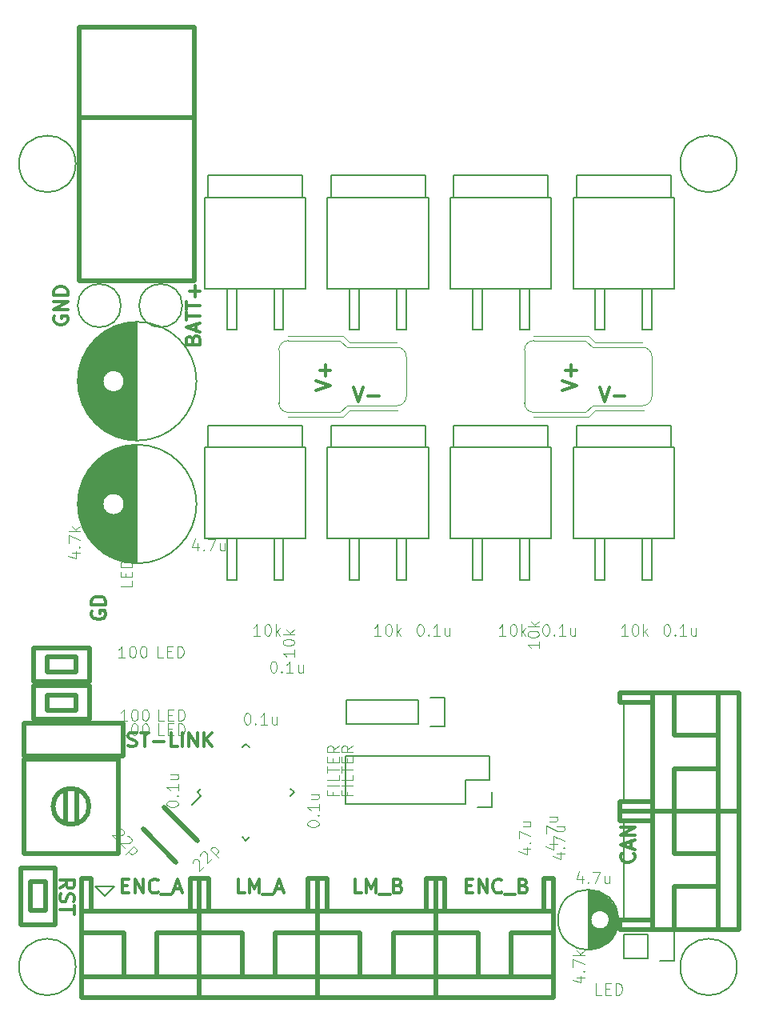
<source format=gbr>
G04 #@! TF.FileFunction,Legend,Top*
%FSLAX46Y46*%
G04 Gerber Fmt 4.6, Leading zero omitted, Abs format (unit mm)*
G04 Created by KiCad (PCBNEW 4.0.4-stable) date 12/16/16 10:26:41*
%MOMM*%
%LPD*%
G01*
G04 APERTURE LIST*
%ADD10C,0.100000*%
%ADD11C,0.300000*%
%ADD12C,0.200000*%
%ADD13C,0.500000*%
%ADD14C,0.150000*%
%ADD15C,0.101600*%
%ADD16C,0.304800*%
G04 APERTURE END LIST*
D10*
D11*
X65035714Y-77964285D02*
X65107143Y-78035714D01*
X65178571Y-78250000D01*
X65178571Y-78392857D01*
X65107143Y-78607142D01*
X64964286Y-78750000D01*
X64821429Y-78821428D01*
X64535714Y-78892857D01*
X64321429Y-78892857D01*
X64035714Y-78821428D01*
X63892857Y-78750000D01*
X63750000Y-78607142D01*
X63678571Y-78392857D01*
X63678571Y-78250000D01*
X63750000Y-78035714D01*
X63821429Y-77964285D01*
X64750000Y-77392857D02*
X64750000Y-76678571D01*
X65178571Y-77535714D02*
X63678571Y-77035714D01*
X65178571Y-76535714D01*
X65178571Y-76035714D02*
X63678571Y-76035714D01*
X65178571Y-75178571D01*
X63678571Y-75178571D01*
X4321429Y-81678572D02*
X5035714Y-81178572D01*
X4321429Y-80821429D02*
X5821429Y-80821429D01*
X5821429Y-81392857D01*
X5750000Y-81535715D01*
X5678571Y-81607143D01*
X5535714Y-81678572D01*
X5321429Y-81678572D01*
X5178571Y-81607143D01*
X5107143Y-81535715D01*
X5035714Y-81392857D01*
X5035714Y-80821429D01*
X4392857Y-82250000D02*
X4321429Y-82464286D01*
X4321429Y-82821429D01*
X4392857Y-82964286D01*
X4464286Y-83035715D01*
X4607143Y-83107143D01*
X4750000Y-83107143D01*
X4892857Y-83035715D01*
X4964286Y-82964286D01*
X5035714Y-82821429D01*
X5107143Y-82535715D01*
X5178571Y-82392857D01*
X5250000Y-82321429D01*
X5392857Y-82250000D01*
X5535714Y-82250000D01*
X5678571Y-82321429D01*
X5750000Y-82392857D01*
X5821429Y-82535715D01*
X5821429Y-82892857D01*
X5750000Y-83107143D01*
X5821429Y-83535714D02*
X5821429Y-84392857D01*
X4321429Y-83964286D02*
X5821429Y-83964286D01*
X11571428Y-66607143D02*
X11785714Y-66678571D01*
X12142857Y-66678571D01*
X12285714Y-66607143D01*
X12357143Y-66535714D01*
X12428571Y-66392857D01*
X12428571Y-66250000D01*
X12357143Y-66107143D01*
X12285714Y-66035714D01*
X12142857Y-65964286D01*
X11857143Y-65892857D01*
X11714285Y-65821429D01*
X11642857Y-65750000D01*
X11571428Y-65607143D01*
X11571428Y-65464286D01*
X11642857Y-65321429D01*
X11714285Y-65250000D01*
X11857143Y-65178571D01*
X12214285Y-65178571D01*
X12428571Y-65250000D01*
X12857142Y-65178571D02*
X13714285Y-65178571D01*
X13285714Y-66678571D02*
X13285714Y-65178571D01*
X14214285Y-66107143D02*
X15357142Y-66107143D01*
X16785714Y-66678571D02*
X16071428Y-66678571D01*
X16071428Y-65178571D01*
X17285714Y-66678571D02*
X17285714Y-65178571D01*
X18000000Y-66678571D02*
X18000000Y-65178571D01*
X18857143Y-66678571D01*
X18857143Y-65178571D01*
X19571429Y-66678571D02*
X19571429Y-65178571D01*
X20428572Y-66678571D02*
X19785715Y-65821429D01*
X20428572Y-65178571D02*
X19571429Y-66035714D01*
D12*
X64000000Y-74500000D02*
X64000000Y-85000000D01*
X64000000Y-62000000D02*
X64000000Y-72500000D01*
D11*
X18392857Y-23607142D02*
X18464286Y-23392856D01*
X18535714Y-23321428D01*
X18678571Y-23249999D01*
X18892857Y-23249999D01*
X19035714Y-23321428D01*
X19107143Y-23392856D01*
X19178571Y-23535714D01*
X19178571Y-24107142D01*
X17678571Y-24107142D01*
X17678571Y-23607142D01*
X17750000Y-23464285D01*
X17821429Y-23392856D01*
X17964286Y-23321428D01*
X18107143Y-23321428D01*
X18250000Y-23392856D01*
X18321429Y-23464285D01*
X18392857Y-23607142D01*
X18392857Y-24107142D01*
X18750000Y-22678571D02*
X18750000Y-21964285D01*
X19178571Y-22821428D02*
X17678571Y-22321428D01*
X19178571Y-21821428D01*
X17678571Y-21535714D02*
X17678571Y-20678571D01*
X19178571Y-21107142D02*
X17678571Y-21107142D01*
X17678571Y-20392857D02*
X17678571Y-19535714D01*
X19178571Y-19964285D02*
X17678571Y-19964285D01*
X18607143Y-19035714D02*
X18607143Y-17892857D01*
X19178571Y-18464286D02*
X18035714Y-18464286D01*
X3750000Y-21142857D02*
X3678571Y-21285714D01*
X3678571Y-21500000D01*
X3750000Y-21714285D01*
X3892857Y-21857143D01*
X4035714Y-21928571D01*
X4321429Y-22000000D01*
X4535714Y-22000000D01*
X4821429Y-21928571D01*
X4964286Y-21857143D01*
X5107143Y-21714285D01*
X5178571Y-21500000D01*
X5178571Y-21357143D01*
X5107143Y-21142857D01*
X5035714Y-21071428D01*
X4535714Y-21071428D01*
X4535714Y-21357143D01*
X5178571Y-20428571D02*
X3678571Y-20428571D01*
X5178571Y-19571428D01*
X3678571Y-19571428D01*
X5178571Y-18857142D02*
X3678571Y-18857142D01*
X3678571Y-18499999D01*
X3750000Y-18285714D01*
X3892857Y-18142856D01*
X4035714Y-18071428D01*
X4321429Y-17999999D01*
X4535714Y-17999999D01*
X4821429Y-18071428D01*
X4964286Y-18142856D01*
X5107143Y-18285714D01*
X5178571Y-18499999D01*
X5178571Y-18857142D01*
X7750000Y-52357143D02*
X7678571Y-52500000D01*
X7678571Y-52714286D01*
X7750000Y-52928571D01*
X7892857Y-53071429D01*
X8035714Y-53142857D01*
X8321429Y-53214286D01*
X8535714Y-53214286D01*
X8821429Y-53142857D01*
X8964286Y-53071429D01*
X9107143Y-52928571D01*
X9178571Y-52714286D01*
X9178571Y-52571429D01*
X9107143Y-52357143D01*
X9035714Y-52285714D01*
X8535714Y-52285714D01*
X8535714Y-52571429D01*
X9178571Y-51642857D02*
X7678571Y-51642857D01*
X7678571Y-51285714D01*
X7750000Y-51071429D01*
X7892857Y-50928571D01*
X8035714Y-50857143D01*
X8321429Y-50785714D01*
X8535714Y-50785714D01*
X8821429Y-50857143D01*
X8964286Y-50928571D01*
X9107143Y-51071429D01*
X9178571Y-51285714D01*
X9178571Y-51642857D01*
D12*
X10100000Y-81500000D02*
X8100000Y-81500000D01*
X9100000Y-82500000D02*
X10100000Y-81500000D01*
X8100000Y-81500000D02*
X9100000Y-82500000D01*
D11*
X10928572Y-81392857D02*
X11428572Y-81392857D01*
X11642858Y-82178571D02*
X10928572Y-82178571D01*
X10928572Y-80678571D01*
X11642858Y-80678571D01*
X12285715Y-82178571D02*
X12285715Y-80678571D01*
X13142858Y-82178571D01*
X13142858Y-80678571D01*
X14714287Y-82035714D02*
X14642858Y-82107143D01*
X14428572Y-82178571D01*
X14285715Y-82178571D01*
X14071430Y-82107143D01*
X13928572Y-81964286D01*
X13857144Y-81821429D01*
X13785715Y-81535714D01*
X13785715Y-81321429D01*
X13857144Y-81035714D01*
X13928572Y-80892857D01*
X14071430Y-80750000D01*
X14285715Y-80678571D01*
X14428572Y-80678571D01*
X14642858Y-80750000D01*
X14714287Y-80821429D01*
X15000001Y-82321429D02*
X16142858Y-82321429D01*
X16428572Y-81750000D02*
X17142858Y-81750000D01*
X16285715Y-82178571D02*
X16785715Y-80678571D01*
X17285715Y-82178571D01*
X47321429Y-81392857D02*
X47821429Y-81392857D01*
X48035715Y-82178571D02*
X47321429Y-82178571D01*
X47321429Y-80678571D01*
X48035715Y-80678571D01*
X48678572Y-82178571D02*
X48678572Y-80678571D01*
X49535715Y-82178571D01*
X49535715Y-80678571D01*
X51107144Y-82035714D02*
X51035715Y-82107143D01*
X50821429Y-82178571D01*
X50678572Y-82178571D01*
X50464287Y-82107143D01*
X50321429Y-81964286D01*
X50250001Y-81821429D01*
X50178572Y-81535714D01*
X50178572Y-81321429D01*
X50250001Y-81035714D01*
X50321429Y-80892857D01*
X50464287Y-80750000D01*
X50678572Y-80678571D01*
X50821429Y-80678571D01*
X51035715Y-80750000D01*
X51107144Y-80821429D01*
X51392858Y-82321429D02*
X52535715Y-82321429D01*
X53392858Y-81392857D02*
X53607144Y-81464286D01*
X53678572Y-81535714D01*
X53750001Y-81678571D01*
X53750001Y-81892857D01*
X53678572Y-82035714D01*
X53607144Y-82107143D01*
X53464286Y-82178571D01*
X52892858Y-82178571D01*
X52892858Y-80678571D01*
X53392858Y-80678571D01*
X53535715Y-80750000D01*
X53607144Y-80821429D01*
X53678572Y-80964286D01*
X53678572Y-81107143D01*
X53607144Y-81250000D01*
X53535715Y-81321429D01*
X53392858Y-81392857D01*
X52892858Y-81392857D01*
X36285715Y-82178571D02*
X35571429Y-82178571D01*
X35571429Y-80678571D01*
X36785715Y-82178571D02*
X36785715Y-80678571D01*
X37285715Y-81750000D01*
X37785715Y-80678571D01*
X37785715Y-82178571D01*
X38142858Y-82321429D02*
X39285715Y-82321429D01*
X40142858Y-81392857D02*
X40357144Y-81464286D01*
X40428572Y-81535714D01*
X40500001Y-81678571D01*
X40500001Y-81892857D01*
X40428572Y-82035714D01*
X40357144Y-82107143D01*
X40214286Y-82178571D01*
X39642858Y-82178571D01*
X39642858Y-80678571D01*
X40142858Y-80678571D01*
X40285715Y-80750000D01*
X40357144Y-80821429D01*
X40428572Y-80964286D01*
X40428572Y-81107143D01*
X40357144Y-81250000D01*
X40285715Y-81321429D01*
X40142858Y-81392857D01*
X39642858Y-81392857D01*
X23892858Y-82178571D02*
X23178572Y-82178571D01*
X23178572Y-80678571D01*
X24392858Y-82178571D02*
X24392858Y-80678571D01*
X24892858Y-81750000D01*
X25392858Y-80678571D01*
X25392858Y-82178571D01*
X25750001Y-82321429D02*
X26892858Y-82321429D01*
X27178572Y-81750000D02*
X27892858Y-81750000D01*
X27035715Y-82178571D02*
X27535715Y-80678571D01*
X28035715Y-82178571D01*
D12*
X6000000Y-90000000D02*
G75*
G03X6000000Y-90000000I-3000000J0D01*
G01*
X76000000Y-90000000D02*
G75*
G03X76000000Y-90000000I-3000000J0D01*
G01*
X76000000Y-5000000D02*
G75*
G03X76000000Y-5000000I-3000000J0D01*
G01*
X6000000Y-5000000D02*
G75*
G03X6000000Y-5000000I-3000000J0D01*
G01*
D13*
X13100862Y-75363604D02*
X16636396Y-78899138D01*
X18899138Y-76636396D02*
X15363604Y-73100862D01*
X63600000Y-61000000D02*
X63600000Y-62000000D01*
X63600000Y-62000000D02*
X67100000Y-62000000D01*
X63600000Y-73500000D02*
X63600000Y-72500000D01*
X63600000Y-72500000D02*
X67100000Y-72500000D01*
X67100000Y-61000000D02*
X67100000Y-73500000D01*
X69400000Y-65500000D02*
X69400000Y-61000000D01*
X69400000Y-69000000D02*
X69400000Y-73500000D01*
X69400000Y-65500000D02*
X74000000Y-65500000D01*
X69400000Y-69000000D02*
X74000000Y-69000000D01*
X74000000Y-73500000D02*
X74000000Y-61000000D01*
X63600000Y-61000000D02*
X76200000Y-61000000D01*
X76200000Y-61000000D02*
X76200000Y-73500000D01*
X63600000Y-73500000D02*
X76200000Y-73500000D01*
D14*
X12425000Y-47250000D02*
X12425000Y-34750000D01*
X12285000Y-47246000D02*
X12285000Y-34754000D01*
X12145000Y-47240000D02*
X12145000Y-34760000D01*
X12005000Y-47230000D02*
X12005000Y-34770000D01*
X11865000Y-47218000D02*
X11865000Y-34782000D01*
X11725000Y-47202000D02*
X11725000Y-34798000D01*
X11585000Y-47183000D02*
X11585000Y-34817000D01*
X11445000Y-47160000D02*
X11445000Y-34840000D01*
X11305000Y-47135000D02*
X11305000Y-34865000D01*
X11165000Y-47106000D02*
X11165000Y-34894000D01*
X11025000Y-47073000D02*
X11025000Y-41521000D01*
X11025000Y-40479000D02*
X11025000Y-34927000D01*
X10885000Y-47038000D02*
X10885000Y-41734000D01*
X10885000Y-40266000D02*
X10885000Y-34962000D01*
X10745000Y-46999000D02*
X10745000Y-41876000D01*
X10745000Y-40124000D02*
X10745000Y-35001000D01*
X10605000Y-46956000D02*
X10605000Y-41978000D01*
X10605000Y-40022000D02*
X10605000Y-35044000D01*
X10465000Y-46909000D02*
X10465000Y-42052000D01*
X10465000Y-39948000D02*
X10465000Y-35091000D01*
X10325000Y-46859000D02*
X10325000Y-42103000D01*
X10325000Y-39897000D02*
X10325000Y-35141000D01*
X10185000Y-46805000D02*
X10185000Y-42135000D01*
X10185000Y-39865000D02*
X10185000Y-35195000D01*
X10045000Y-46748000D02*
X10045000Y-42149000D01*
X10045000Y-39851000D02*
X10045000Y-35252000D01*
X9905000Y-46686000D02*
X9905000Y-42146000D01*
X9905000Y-39854000D02*
X9905000Y-35314000D01*
X9765000Y-46620000D02*
X9765000Y-42126000D01*
X9765000Y-39874000D02*
X9765000Y-35380000D01*
X9625000Y-46549000D02*
X9625000Y-42087000D01*
X9625000Y-39913000D02*
X9625000Y-35451000D01*
X9485000Y-46475000D02*
X9485000Y-42028000D01*
X9485000Y-39972000D02*
X9485000Y-35525000D01*
X9345000Y-46395000D02*
X9345000Y-41945000D01*
X9345000Y-40055000D02*
X9345000Y-35605000D01*
X9205000Y-46311000D02*
X9205000Y-41831000D01*
X9205000Y-40169000D02*
X9205000Y-35689000D01*
X9065000Y-46221000D02*
X9065000Y-41670000D01*
X9065000Y-40330000D02*
X9065000Y-35779000D01*
X8925000Y-46127000D02*
X8925000Y-41409000D01*
X8925000Y-40591000D02*
X8925000Y-35873000D01*
X8785000Y-46026000D02*
X8785000Y-35974000D01*
X8645000Y-45919000D02*
X8645000Y-36081000D01*
X8505000Y-45807000D02*
X8505000Y-36193000D01*
X8365000Y-45687000D02*
X8365000Y-36313000D01*
X8225000Y-45559000D02*
X8225000Y-36441000D01*
X8085000Y-45424000D02*
X8085000Y-36576000D01*
X7945000Y-45280000D02*
X7945000Y-36720000D01*
X7805000Y-45125000D02*
X7805000Y-36875000D01*
X7665000Y-44960000D02*
X7665000Y-37040000D01*
X7525000Y-44783000D02*
X7525000Y-37217000D01*
X7385000Y-44592000D02*
X7385000Y-37408000D01*
X7245000Y-44383000D02*
X7245000Y-37617000D01*
X7105000Y-44155000D02*
X7105000Y-37845000D01*
X6965000Y-43903000D02*
X6965000Y-38097000D01*
X6825000Y-43619000D02*
X6825000Y-38381000D01*
X6685000Y-43291000D02*
X6685000Y-38709000D01*
X6545000Y-42897000D02*
X6545000Y-39103000D01*
X6405000Y-42383000D02*
X6405000Y-39617000D01*
X6265000Y-41433000D02*
X6265000Y-40567000D01*
X11150000Y-41000000D02*
G75*
G03X11150000Y-41000000I-1150000J0D01*
G01*
X18787500Y-41000000D02*
G75*
G03X18787500Y-41000000I-6287500J0D01*
G01*
D13*
X31600000Y-80600000D02*
X30600000Y-80600000D01*
X30600000Y-80600000D02*
X30600000Y-84100000D01*
X19100000Y-80600000D02*
X20100000Y-80600000D01*
X20100000Y-80600000D02*
X20100000Y-84100000D01*
X31600000Y-84100000D02*
X19100000Y-84100000D01*
X27100000Y-86400000D02*
X31600000Y-86400000D01*
X23600000Y-86400000D02*
X19100000Y-86400000D01*
X27100000Y-86400000D02*
X27100000Y-91000000D01*
X23600000Y-86400000D02*
X23600000Y-91000000D01*
X19100000Y-91000000D02*
X31600000Y-91000000D01*
X31600000Y-80600000D02*
X31600000Y-93200000D01*
X31600000Y-93200000D02*
X19100000Y-93200000D01*
X19100000Y-80600000D02*
X19100000Y-93200000D01*
X44100000Y-80600000D02*
X43100000Y-80600000D01*
X43100000Y-80600000D02*
X43100000Y-84100000D01*
X31600000Y-80600000D02*
X32600000Y-80600000D01*
X32600000Y-80600000D02*
X32600000Y-84100000D01*
X44100000Y-84100000D02*
X31600000Y-84100000D01*
X39600000Y-86400000D02*
X44100000Y-86400000D01*
X36100000Y-86400000D02*
X31600000Y-86400000D01*
X39600000Y-86400000D02*
X39600000Y-91000000D01*
X36100000Y-86400000D02*
X36100000Y-91000000D01*
X31600000Y-91000000D02*
X44100000Y-91000000D01*
X44100000Y-80600000D02*
X44100000Y-93200000D01*
X44100000Y-93200000D02*
X31600000Y-93200000D01*
X31600000Y-80600000D02*
X31600000Y-93200000D01*
D14*
X18873476Y-71500000D02*
X19244707Y-71871231D01*
X24000000Y-66373476D02*
X24371231Y-66744707D01*
X29126524Y-71500000D02*
X28755293Y-71128769D01*
X24000000Y-76626524D02*
X23628769Y-76255293D01*
X18873476Y-71500000D02*
X19244707Y-71128769D01*
X24000000Y-76626524D02*
X24371231Y-76255293D01*
X29126524Y-71500000D02*
X28755293Y-71871231D01*
X24000000Y-66373476D02*
X23628769Y-66744707D01*
X19244707Y-71871231D02*
X18272435Y-72843503D01*
X60325000Y-81851000D02*
X60325000Y-88149000D01*
X60465000Y-81857000D02*
X60465000Y-88143000D01*
X60605000Y-81870000D02*
X60605000Y-84554000D01*
X60605000Y-85446000D02*
X60605000Y-88130000D01*
X60745000Y-81889000D02*
X60745000Y-84344000D01*
X60745000Y-85656000D02*
X60745000Y-88111000D01*
X60885000Y-81915000D02*
X60885000Y-84211000D01*
X60885000Y-85789000D02*
X60885000Y-88085000D01*
X61025000Y-81947000D02*
X61025000Y-84120000D01*
X61025000Y-85880000D02*
X61025000Y-88053000D01*
X61165000Y-81986000D02*
X61165000Y-84058000D01*
X61165000Y-85942000D02*
X61165000Y-88014000D01*
X61305000Y-82032000D02*
X61305000Y-84019000D01*
X61305000Y-85981000D02*
X61305000Y-87968000D01*
X61445000Y-82085000D02*
X61445000Y-84002000D01*
X61445000Y-85998000D02*
X61445000Y-87915000D01*
X61585000Y-82147000D02*
X61585000Y-84004000D01*
X61585000Y-85996000D02*
X61585000Y-87853000D01*
X61725000Y-82217000D02*
X61725000Y-84026000D01*
X61725000Y-85974000D02*
X61725000Y-87783000D01*
X61865000Y-82296000D02*
X61865000Y-84069000D01*
X61865000Y-85931000D02*
X61865000Y-87704000D01*
X62005000Y-82384000D02*
X62005000Y-84137000D01*
X62005000Y-85863000D02*
X62005000Y-87616000D01*
X62145000Y-82484000D02*
X62145000Y-84236000D01*
X62145000Y-85764000D02*
X62145000Y-87516000D01*
X62285000Y-82596000D02*
X62285000Y-84381000D01*
X62285000Y-85619000D02*
X62285000Y-87404000D01*
X62425000Y-82721000D02*
X62425000Y-84620000D01*
X62425000Y-85380000D02*
X62425000Y-87279000D01*
X62565000Y-82864000D02*
X62565000Y-87136000D01*
X62705000Y-83026000D02*
X62705000Y-86974000D01*
X62845000Y-83214000D02*
X62845000Y-86786000D01*
X62985000Y-83437000D02*
X62985000Y-86563000D01*
X63125000Y-83713000D02*
X63125000Y-86287000D01*
X63265000Y-84088000D02*
X63265000Y-85912000D01*
X62500000Y-85000000D02*
G75*
G03X62500000Y-85000000I-1000000J0D01*
G01*
X63437500Y-85000000D02*
G75*
G03X63437500Y-85000000I-3187500J0D01*
G01*
D13*
X63600000Y-73500000D02*
X63600000Y-74500000D01*
X63600000Y-74500000D02*
X67100000Y-74500000D01*
X63600000Y-86000000D02*
X63600000Y-85000000D01*
X63600000Y-85000000D02*
X67100000Y-85000000D01*
X67100000Y-73500000D02*
X67100000Y-86000000D01*
X69400000Y-78000000D02*
X69400000Y-73500000D01*
X69400000Y-81500000D02*
X69400000Y-86000000D01*
X69400000Y-78000000D02*
X74000000Y-78000000D01*
X69400000Y-81500000D02*
X74000000Y-81500000D01*
X74000000Y-86000000D02*
X74000000Y-73500000D01*
X63600000Y-73500000D02*
X76200000Y-73500000D01*
X76200000Y-73500000D02*
X76200000Y-86000000D01*
X63600000Y-86000000D02*
X76200000Y-86000000D01*
D14*
X66530000Y-89070000D02*
X63990000Y-89070000D01*
X69350000Y-89350000D02*
X67800000Y-89350000D01*
X66530000Y-89070000D02*
X66530000Y-86530000D01*
X67800000Y-86250000D02*
X69350000Y-86250000D01*
X69350000Y-86250000D02*
X69350000Y-89350000D01*
X66530000Y-86530000D02*
X63990000Y-86530000D01*
X63990000Y-86530000D02*
X63990000Y-89070000D01*
D13*
X18600000Y-100000D02*
X6400000Y-100000D01*
X18600000Y-17400000D02*
X18600000Y9500000D01*
X18600000Y9500000D02*
X6400000Y9500000D01*
X6400000Y9500000D02*
X6400000Y-17400000D01*
X6400000Y-17400000D02*
X18600000Y-17400000D01*
X11000000Y-67700000D02*
X11000000Y-64200000D01*
X500000Y-67700000D02*
X11000000Y-67700000D01*
X500000Y-64200000D02*
X11000000Y-64200000D01*
X500000Y-64200000D02*
X500000Y-67700000D01*
X6100000Y-74800000D02*
X6100000Y-71200000D01*
X4900000Y-71200000D02*
X4900000Y-74800000D01*
X7400000Y-73000000D02*
G75*
G03X7400000Y-73000000I-1900000J0D01*
G01*
X500000Y-78000000D02*
X10500000Y-78000000D01*
X10500000Y-78000000D02*
X10500000Y-68000000D01*
X10500000Y-68000000D02*
X500000Y-68000000D01*
X500000Y-68000000D02*
X500000Y-78000000D01*
D14*
X12425000Y-34250000D02*
X12425000Y-21750000D01*
X12285000Y-34246000D02*
X12285000Y-21754000D01*
X12145000Y-34240000D02*
X12145000Y-21760000D01*
X12005000Y-34230000D02*
X12005000Y-21770000D01*
X11865000Y-34218000D02*
X11865000Y-21782000D01*
X11725000Y-34202000D02*
X11725000Y-21798000D01*
X11585000Y-34183000D02*
X11585000Y-21817000D01*
X11445000Y-34160000D02*
X11445000Y-21840000D01*
X11305000Y-34135000D02*
X11305000Y-21865000D01*
X11165000Y-34106000D02*
X11165000Y-21894000D01*
X11025000Y-34073000D02*
X11025000Y-28521000D01*
X11025000Y-27479000D02*
X11025000Y-21927000D01*
X10885000Y-34038000D02*
X10885000Y-28734000D01*
X10885000Y-27266000D02*
X10885000Y-21962000D01*
X10745000Y-33999000D02*
X10745000Y-28876000D01*
X10745000Y-27124000D02*
X10745000Y-22001000D01*
X10605000Y-33956000D02*
X10605000Y-28978000D01*
X10605000Y-27022000D02*
X10605000Y-22044000D01*
X10465000Y-33909000D02*
X10465000Y-29052000D01*
X10465000Y-26948000D02*
X10465000Y-22091000D01*
X10325000Y-33859000D02*
X10325000Y-29103000D01*
X10325000Y-26897000D02*
X10325000Y-22141000D01*
X10185000Y-33805000D02*
X10185000Y-29135000D01*
X10185000Y-26865000D02*
X10185000Y-22195000D01*
X10045000Y-33748000D02*
X10045000Y-29149000D01*
X10045000Y-26851000D02*
X10045000Y-22252000D01*
X9905000Y-33686000D02*
X9905000Y-29146000D01*
X9905000Y-26854000D02*
X9905000Y-22314000D01*
X9765000Y-33620000D02*
X9765000Y-29126000D01*
X9765000Y-26874000D02*
X9765000Y-22380000D01*
X9625000Y-33549000D02*
X9625000Y-29087000D01*
X9625000Y-26913000D02*
X9625000Y-22451000D01*
X9485000Y-33475000D02*
X9485000Y-29028000D01*
X9485000Y-26972000D02*
X9485000Y-22525000D01*
X9345000Y-33395000D02*
X9345000Y-28945000D01*
X9345000Y-27055000D02*
X9345000Y-22605000D01*
X9205000Y-33311000D02*
X9205000Y-28831000D01*
X9205000Y-27169000D02*
X9205000Y-22689000D01*
X9065000Y-33221000D02*
X9065000Y-28670000D01*
X9065000Y-27330000D02*
X9065000Y-22779000D01*
X8925000Y-33127000D02*
X8925000Y-28409000D01*
X8925000Y-27591000D02*
X8925000Y-22873000D01*
X8785000Y-33026000D02*
X8785000Y-22974000D01*
X8645000Y-32919000D02*
X8645000Y-23081000D01*
X8505000Y-32807000D02*
X8505000Y-23193000D01*
X8365000Y-32687000D02*
X8365000Y-23313000D01*
X8225000Y-32559000D02*
X8225000Y-23441000D01*
X8085000Y-32424000D02*
X8085000Y-23576000D01*
X7945000Y-32280000D02*
X7945000Y-23720000D01*
X7805000Y-32125000D02*
X7805000Y-23875000D01*
X7665000Y-31960000D02*
X7665000Y-24040000D01*
X7525000Y-31783000D02*
X7525000Y-24217000D01*
X7385000Y-31592000D02*
X7385000Y-24408000D01*
X7245000Y-31383000D02*
X7245000Y-24617000D01*
X7105000Y-31155000D02*
X7105000Y-24845000D01*
X6965000Y-30903000D02*
X6965000Y-25097000D01*
X6825000Y-30619000D02*
X6825000Y-25381000D01*
X6685000Y-30291000D02*
X6685000Y-25709000D01*
X6545000Y-29897000D02*
X6545000Y-26103000D01*
X6405000Y-29383000D02*
X6405000Y-26617000D01*
X6265000Y-28433000D02*
X6265000Y-27567000D01*
X11150000Y-28000000D02*
G75*
G03X11150000Y-28000000I-1150000J0D01*
G01*
X18787500Y-28000000D02*
G75*
G03X18787500Y-28000000I-6287500J0D01*
G01*
D13*
X19100000Y-80600000D02*
X18100000Y-80600000D01*
X18100000Y-80600000D02*
X18100000Y-84100000D01*
X6600000Y-80600000D02*
X7600000Y-80600000D01*
X7600000Y-80600000D02*
X7600000Y-84100000D01*
X19100000Y-84100000D02*
X6600000Y-84100000D01*
X14600000Y-86400000D02*
X19100000Y-86400000D01*
X11100000Y-86400000D02*
X6600000Y-86400000D01*
X14600000Y-86400000D02*
X14600000Y-91000000D01*
X11100000Y-86400000D02*
X11100000Y-91000000D01*
X6600000Y-91000000D02*
X19100000Y-91000000D01*
X19100000Y-80600000D02*
X19100000Y-93200000D01*
X19100000Y-93200000D02*
X6600000Y-93200000D01*
X6600000Y-80600000D02*
X6600000Y-93200000D01*
X56600000Y-80600000D02*
X55600000Y-80600000D01*
X55600000Y-80600000D02*
X55600000Y-84100000D01*
X44100000Y-80600000D02*
X45100000Y-80600000D01*
X45100000Y-80600000D02*
X45100000Y-84100000D01*
X56600000Y-84100000D02*
X44100000Y-84100000D01*
X52100000Y-86400000D02*
X56600000Y-86400000D01*
X48600000Y-86400000D02*
X44100000Y-86400000D01*
X52100000Y-86400000D02*
X52100000Y-91000000D01*
X48600000Y-86400000D02*
X48600000Y-91000000D01*
X44100000Y-91000000D02*
X56600000Y-91000000D01*
X56600000Y-80600000D02*
X56600000Y-93200000D01*
X56600000Y-93200000D02*
X44100000Y-93200000D01*
X44100000Y-80600000D02*
X44100000Y-93200000D01*
X2800000Y-81000000D02*
X1200000Y-81000000D01*
X1200000Y-81000000D02*
X1200000Y-84000000D01*
X1200000Y-84000000D02*
X2800000Y-84000000D01*
X2800000Y-84000000D02*
X2800000Y-81000000D01*
X3800000Y-79500000D02*
X200000Y-79500000D01*
X200000Y-79500000D02*
X200000Y-85500000D01*
X200000Y-85500000D02*
X3800000Y-85500000D01*
X3800000Y-85500000D02*
X3800000Y-79500000D01*
X6000000Y-58800000D02*
X6000000Y-57200000D01*
X6000000Y-57200000D02*
X3000000Y-57200000D01*
X3000000Y-57200000D02*
X3000000Y-58800000D01*
X3000000Y-58800000D02*
X6000000Y-58800000D01*
X7500000Y-59800000D02*
X7500000Y-56200000D01*
X7500000Y-56200000D02*
X1500000Y-56200000D01*
X1500000Y-56200000D02*
X1500000Y-59800000D01*
X1500000Y-59800000D02*
X7500000Y-59800000D01*
X6000000Y-62800000D02*
X6000000Y-61200000D01*
X6000000Y-61200000D02*
X3000000Y-61200000D01*
X3000000Y-61200000D02*
X3000000Y-62800000D01*
X3000000Y-62800000D02*
X6000000Y-62800000D01*
X7500000Y-63800000D02*
X7500000Y-60200000D01*
X7500000Y-60200000D02*
X1500000Y-60200000D01*
X1500000Y-60200000D02*
X1500000Y-63800000D01*
X1500000Y-63800000D02*
X7500000Y-63800000D01*
D14*
X10786000Y-20000000D02*
G75*
G03X10786000Y-20000000I-2286000J0D01*
G01*
X17286000Y-20000000D02*
G75*
G03X17286000Y-20000000I-2286000J0D01*
G01*
X42230000Y-64270000D02*
X34610000Y-64270000D01*
X42230000Y-61730000D02*
X34610000Y-61730000D01*
X45050000Y-61450000D02*
X43500000Y-61450000D01*
X34610000Y-64270000D02*
X34610000Y-61730000D01*
X42230000Y-61730000D02*
X42230000Y-64270000D01*
X43500000Y-64550000D02*
X45050000Y-64550000D01*
X45050000Y-64550000D02*
X45050000Y-61450000D01*
D10*
X28500000Y-23200000D02*
X34300000Y-23200000D01*
X40000000Y-23900000D02*
X35000000Y-23900000D01*
X40100000Y-31100000D02*
X35000000Y-31100000D01*
X28500000Y-31800000D02*
X34300000Y-31800000D01*
X28500000Y-31300000D02*
X34000000Y-31300000D01*
X27500000Y-24700000D02*
X27500000Y-30300000D01*
X34000000Y-23700000D02*
X28500000Y-23700000D01*
X40000000Y-24400000D02*
X34700000Y-24400000D01*
X40000000Y-30600000D02*
X34700000Y-30600000D01*
X41000000Y-25400000D02*
X41000000Y-29600000D01*
X41000000Y-25400000D02*
G75*
G03X40000000Y-24400000I-1000000J0D01*
G01*
X40000000Y-30600000D02*
G75*
G03X41000000Y-29600000I0J1000000D01*
G01*
X28500000Y-23700000D02*
G75*
G03X27500000Y-24700000I0J-1000000D01*
G01*
X27500000Y-30300000D02*
G75*
G03X28500000Y-31300000I1000000J0D01*
G01*
X34300000Y-31800000D02*
X35000000Y-31100000D01*
X34300000Y-23200000D02*
X35000000Y-23900000D01*
X34000000Y-23700000D02*
X34700000Y-24400000D01*
X34000000Y-31300000D02*
X34700000Y-30600000D01*
X54500000Y-23200000D02*
X60300000Y-23200000D01*
X66000000Y-23900000D02*
X61000000Y-23900000D01*
X66100000Y-31100000D02*
X61000000Y-31100000D01*
X54500000Y-31800000D02*
X60300000Y-31800000D01*
X54500000Y-31300000D02*
X60000000Y-31300000D01*
X53500000Y-24700000D02*
X53500000Y-30300000D01*
X60000000Y-23700000D02*
X54500000Y-23700000D01*
X66000000Y-24400000D02*
X60700000Y-24400000D01*
X66000000Y-30600000D02*
X60700000Y-30600000D01*
X67000000Y-25400000D02*
X67000000Y-29600000D01*
X67000000Y-25400000D02*
G75*
G03X66000000Y-24400000I-1000000J0D01*
G01*
X66000000Y-30600000D02*
G75*
G03X67000000Y-29600000I0J1000000D01*
G01*
X54500000Y-23700000D02*
G75*
G03X53500000Y-24700000I0J-1000000D01*
G01*
X53500000Y-30300000D02*
G75*
G03X54500000Y-31300000I1000000J0D01*
G01*
X60300000Y-31800000D02*
X61000000Y-31100000D01*
X60300000Y-23200000D02*
X61000000Y-23900000D01*
X60000000Y-23700000D02*
X60700000Y-24400000D01*
X60000000Y-31300000D02*
X60700000Y-30600000D01*
D14*
X32996200Y-8527700D02*
X32996200Y-6165500D01*
X32996200Y-6165500D02*
X43003800Y-6165500D01*
X43003800Y-6165500D02*
X43003800Y-8527700D01*
X40997200Y-22510400D02*
X40997200Y-18179700D01*
X39993900Y-22510400D02*
X40997200Y-22510400D01*
X39993900Y-18179700D02*
X39993900Y-22510400D01*
X35002800Y-18179700D02*
X35002800Y-22510400D01*
X35002800Y-22510400D02*
X36006100Y-22510400D01*
X36006100Y-22510400D02*
X36006100Y-18179700D01*
X32653300Y-8527700D02*
X43346700Y-8527700D01*
X43346700Y-8527700D02*
X43346700Y-18179700D01*
X43346700Y-18179700D02*
X32653300Y-18179700D01*
X32653300Y-18179700D02*
X32653300Y-8527700D01*
X32996200Y-35027700D02*
X32996200Y-32665500D01*
X32996200Y-32665500D02*
X43003800Y-32665500D01*
X43003800Y-32665500D02*
X43003800Y-35027700D01*
X40997200Y-49010400D02*
X40997200Y-44679700D01*
X39993900Y-49010400D02*
X40997200Y-49010400D01*
X39993900Y-44679700D02*
X39993900Y-49010400D01*
X35002800Y-44679700D02*
X35002800Y-49010400D01*
X35002800Y-49010400D02*
X36006100Y-49010400D01*
X36006100Y-49010400D02*
X36006100Y-44679700D01*
X32653300Y-35027700D02*
X43346700Y-35027700D01*
X43346700Y-35027700D02*
X43346700Y-44679700D01*
X43346700Y-44679700D02*
X32653300Y-44679700D01*
X32653300Y-44679700D02*
X32653300Y-35027700D01*
X19996200Y-8527700D02*
X19996200Y-6165500D01*
X19996200Y-6165500D02*
X30003800Y-6165500D01*
X30003800Y-6165500D02*
X30003800Y-8527700D01*
X27997200Y-22510400D02*
X27997200Y-18179700D01*
X26993900Y-22510400D02*
X27997200Y-22510400D01*
X26993900Y-18179700D02*
X26993900Y-22510400D01*
X22002800Y-18179700D02*
X22002800Y-22510400D01*
X22002800Y-22510400D02*
X23006100Y-22510400D01*
X23006100Y-22510400D02*
X23006100Y-18179700D01*
X19653300Y-8527700D02*
X30346700Y-8527700D01*
X30346700Y-8527700D02*
X30346700Y-18179700D01*
X30346700Y-18179700D02*
X19653300Y-18179700D01*
X19653300Y-18179700D02*
X19653300Y-8527700D01*
X19996200Y-35027700D02*
X19996200Y-32665500D01*
X19996200Y-32665500D02*
X30003800Y-32665500D01*
X30003800Y-32665500D02*
X30003800Y-35027700D01*
X27997200Y-49010400D02*
X27997200Y-44679700D01*
X26993900Y-49010400D02*
X27997200Y-49010400D01*
X26993900Y-44679700D02*
X26993900Y-49010400D01*
X22002800Y-44679700D02*
X22002800Y-49010400D01*
X22002800Y-49010400D02*
X23006100Y-49010400D01*
X23006100Y-49010400D02*
X23006100Y-44679700D01*
X19653300Y-35027700D02*
X30346700Y-35027700D01*
X30346700Y-35027700D02*
X30346700Y-44679700D01*
X30346700Y-44679700D02*
X19653300Y-44679700D01*
X19653300Y-44679700D02*
X19653300Y-35027700D01*
X58996200Y-8527700D02*
X58996200Y-6165500D01*
X58996200Y-6165500D02*
X69003800Y-6165500D01*
X69003800Y-6165500D02*
X69003800Y-8527700D01*
X66997200Y-22510400D02*
X66997200Y-18179700D01*
X65993900Y-22510400D02*
X66997200Y-22510400D01*
X65993900Y-18179700D02*
X65993900Y-22510400D01*
X61002800Y-18179700D02*
X61002800Y-22510400D01*
X61002800Y-22510400D02*
X62006100Y-22510400D01*
X62006100Y-22510400D02*
X62006100Y-18179700D01*
X58653300Y-8527700D02*
X69346700Y-8527700D01*
X69346700Y-8527700D02*
X69346700Y-18179700D01*
X69346700Y-18179700D02*
X58653300Y-18179700D01*
X58653300Y-18179700D02*
X58653300Y-8527700D01*
X58996200Y-35027700D02*
X58996200Y-32665500D01*
X58996200Y-32665500D02*
X69003800Y-32665500D01*
X69003800Y-32665500D02*
X69003800Y-35027700D01*
X66997200Y-49010400D02*
X66997200Y-44679700D01*
X65993900Y-49010400D02*
X66997200Y-49010400D01*
X65993900Y-44679700D02*
X65993900Y-49010400D01*
X61002800Y-44679700D02*
X61002800Y-49010400D01*
X61002800Y-49010400D02*
X62006100Y-49010400D01*
X62006100Y-49010400D02*
X62006100Y-44679700D01*
X58653300Y-35027700D02*
X69346700Y-35027700D01*
X69346700Y-35027700D02*
X69346700Y-44679700D01*
X69346700Y-44679700D02*
X58653300Y-44679700D01*
X58653300Y-44679700D02*
X58653300Y-35027700D01*
X45996200Y-8527700D02*
X45996200Y-6165500D01*
X45996200Y-6165500D02*
X56003800Y-6165500D01*
X56003800Y-6165500D02*
X56003800Y-8527700D01*
X53997200Y-22510400D02*
X53997200Y-18179700D01*
X52993900Y-22510400D02*
X53997200Y-22510400D01*
X52993900Y-18179700D02*
X52993900Y-22510400D01*
X48002800Y-18179700D02*
X48002800Y-22510400D01*
X48002800Y-22510400D02*
X49006100Y-22510400D01*
X49006100Y-22510400D02*
X49006100Y-18179700D01*
X45653300Y-8527700D02*
X56346700Y-8527700D01*
X56346700Y-8527700D02*
X56346700Y-18179700D01*
X56346700Y-18179700D02*
X45653300Y-18179700D01*
X45653300Y-18179700D02*
X45653300Y-8527700D01*
X45996200Y-35027700D02*
X45996200Y-32665500D01*
X45996200Y-32665500D02*
X56003800Y-32665500D01*
X56003800Y-32665500D02*
X56003800Y-35027700D01*
X53997200Y-49010400D02*
X53997200Y-44679700D01*
X52993900Y-49010400D02*
X53997200Y-49010400D01*
X52993900Y-44679700D02*
X52993900Y-49010400D01*
X48002800Y-44679700D02*
X48002800Y-49010400D01*
X48002800Y-49010400D02*
X49006100Y-49010400D01*
X49006100Y-49010400D02*
X49006100Y-44679700D01*
X45653300Y-35027700D02*
X56346700Y-35027700D01*
X56346700Y-35027700D02*
X56346700Y-44679700D01*
X56346700Y-44679700D02*
X45653300Y-44679700D01*
X45653300Y-44679700D02*
X45653300Y-35027700D01*
X34530000Y-67690000D02*
X49770000Y-67690000D01*
X47230000Y-72770000D02*
X34530000Y-72770000D01*
X34530000Y-67690000D02*
X34530000Y-72770000D01*
X49770000Y-67690000D02*
X49770000Y-70230000D01*
X48500000Y-73050000D02*
X50050000Y-73050000D01*
X49770000Y-70230000D02*
X47230000Y-70230000D01*
X47230000Y-70230000D02*
X47230000Y-72770000D01*
X50050000Y-73050000D02*
X50050000Y-71500000D01*
D15*
X25519238Y-54942548D02*
X24829810Y-54942548D01*
X25174524Y-54942548D02*
X25174524Y-53736048D01*
X25059619Y-53908405D01*
X24944714Y-54023310D01*
X24829810Y-54080762D01*
X26266119Y-53736048D02*
X26381024Y-53736048D01*
X26495929Y-53793500D01*
X26553381Y-53850952D01*
X26610834Y-53965857D01*
X26668286Y-54195667D01*
X26668286Y-54482929D01*
X26610834Y-54712738D01*
X26553381Y-54827643D01*
X26495929Y-54885095D01*
X26381024Y-54942548D01*
X26266119Y-54942548D01*
X26151215Y-54885095D01*
X26093762Y-54827643D01*
X26036310Y-54712738D01*
X25978858Y-54482929D01*
X25978858Y-54195667D01*
X26036310Y-53965857D01*
X26093762Y-53850952D01*
X26151215Y-53793500D01*
X26266119Y-53736048D01*
X27185358Y-54942548D02*
X27185358Y-53736048D01*
X27300263Y-54482929D02*
X27644977Y-54942548D01*
X27644977Y-54138214D02*
X27185358Y-54597833D01*
X18904333Y-45138214D02*
X18904333Y-45942548D01*
X18617071Y-44678595D02*
X18329810Y-45540381D01*
X19076690Y-45540381D01*
X19536310Y-45827643D02*
X19593762Y-45885095D01*
X19536310Y-45942548D01*
X19478858Y-45885095D01*
X19536310Y-45827643D01*
X19536310Y-45942548D01*
X19995929Y-44736048D02*
X20800262Y-44736048D01*
X20283191Y-45942548D01*
X21776953Y-45138214D02*
X21776953Y-45942548D01*
X21259882Y-45138214D02*
X21259882Y-45770190D01*
X21317334Y-45885095D01*
X21432239Y-45942548D01*
X21604596Y-45942548D01*
X21719501Y-45885095D01*
X21776953Y-45827643D01*
X42417071Y-53736048D02*
X42531976Y-53736048D01*
X42646881Y-53793500D01*
X42704333Y-53850952D01*
X42761786Y-53965857D01*
X42819238Y-54195667D01*
X42819238Y-54482929D01*
X42761786Y-54712738D01*
X42704333Y-54827643D01*
X42646881Y-54885095D01*
X42531976Y-54942548D01*
X42417071Y-54942548D01*
X42302167Y-54885095D01*
X42244714Y-54827643D01*
X42187262Y-54712738D01*
X42129810Y-54482929D01*
X42129810Y-54195667D01*
X42187262Y-53965857D01*
X42244714Y-53850952D01*
X42302167Y-53793500D01*
X42417071Y-53736048D01*
X43336310Y-54827643D02*
X43393762Y-54885095D01*
X43336310Y-54942548D01*
X43278858Y-54885095D01*
X43336310Y-54827643D01*
X43336310Y-54942548D01*
X44542810Y-54942548D02*
X43853382Y-54942548D01*
X44198096Y-54942548D02*
X44198096Y-53736048D01*
X44083191Y-53908405D01*
X43968286Y-54023310D01*
X43853382Y-54080762D01*
X45576953Y-54138214D02*
X45576953Y-54942548D01*
X45059882Y-54138214D02*
X45059882Y-54770190D01*
X45117334Y-54885095D01*
X45232239Y-54942548D01*
X45404596Y-54942548D01*
X45519501Y-54885095D01*
X45576953Y-54827643D01*
X10675000Y-75350001D02*
X10756249Y-75350001D01*
X10878124Y-75390626D01*
X11081249Y-75593751D01*
X11121874Y-75715625D01*
X11121874Y-75796875D01*
X11081249Y-75918750D01*
X10999999Y-76000000D01*
X10837499Y-76081250D01*
X9862500Y-76081250D01*
X10390624Y-76609375D01*
X11487499Y-76162500D02*
X11568749Y-76162500D01*
X11690624Y-76203126D01*
X11893749Y-76406251D01*
X11934373Y-76528125D01*
X11934374Y-76609375D01*
X11893749Y-76731250D01*
X11812498Y-76812500D01*
X11649999Y-76893750D01*
X10674999Y-76893750D01*
X11203124Y-77421874D01*
X12137499Y-77218749D02*
X11284375Y-78071874D01*
X12096873Y-77259375D02*
X12218749Y-77300000D01*
X12381249Y-77462499D01*
X12421873Y-77584375D01*
X12421873Y-77665624D01*
X12381249Y-77787499D01*
X12137499Y-78031249D01*
X12015623Y-78071874D01*
X11934374Y-78071874D01*
X11812498Y-78031249D01*
X11649999Y-77868750D01*
X11609374Y-77746874D01*
X18350001Y-79025000D02*
X18350001Y-78943751D01*
X18390626Y-78821876D01*
X18593751Y-78618751D01*
X18715625Y-78578126D01*
X18796875Y-78578126D01*
X18918750Y-78618751D01*
X19000000Y-78700001D01*
X19081250Y-78862501D01*
X19081250Y-79837500D01*
X19609375Y-79309376D01*
X19162500Y-78212501D02*
X19162500Y-78131251D01*
X19203126Y-78009376D01*
X19406251Y-77806251D01*
X19528125Y-77765627D01*
X19609375Y-77765626D01*
X19731250Y-77806251D01*
X19812500Y-77887502D01*
X19893750Y-78050001D01*
X19893750Y-79025001D01*
X20421874Y-78496876D01*
X20218749Y-77562501D02*
X21071874Y-78415625D01*
X20259375Y-77603127D02*
X20300000Y-77481251D01*
X20462499Y-77318751D01*
X20584375Y-77278127D01*
X20665624Y-77278127D01*
X20787499Y-77318751D01*
X21031249Y-77562501D01*
X21071874Y-77684377D01*
X21071874Y-77765626D01*
X21031249Y-77887502D01*
X20868750Y-78050001D01*
X20746874Y-78090626D01*
X24117071Y-63136048D02*
X24231976Y-63136048D01*
X24346881Y-63193500D01*
X24404333Y-63250952D01*
X24461786Y-63365857D01*
X24519238Y-63595667D01*
X24519238Y-63882929D01*
X24461786Y-64112738D01*
X24404333Y-64227643D01*
X24346881Y-64285095D01*
X24231976Y-64342548D01*
X24117071Y-64342548D01*
X24002167Y-64285095D01*
X23944714Y-64227643D01*
X23887262Y-64112738D01*
X23829810Y-63882929D01*
X23829810Y-63595667D01*
X23887262Y-63365857D01*
X23944714Y-63250952D01*
X24002167Y-63193500D01*
X24117071Y-63136048D01*
X25036310Y-64227643D02*
X25093762Y-64285095D01*
X25036310Y-64342548D01*
X24978858Y-64285095D01*
X25036310Y-64227643D01*
X25036310Y-64342548D01*
X26242810Y-64342548D02*
X25553382Y-64342548D01*
X25898096Y-64342548D02*
X25898096Y-63136048D01*
X25783191Y-63308405D01*
X25668286Y-63423310D01*
X25553382Y-63480762D01*
X27276953Y-63538214D02*
X27276953Y-64342548D01*
X26759882Y-63538214D02*
X26759882Y-64170190D01*
X26817334Y-64285095D01*
X26932239Y-64342548D01*
X27104596Y-64342548D01*
X27219501Y-64285095D01*
X27276953Y-64227643D01*
X15636048Y-72782929D02*
X15636048Y-72668024D01*
X15693500Y-72553119D01*
X15750952Y-72495667D01*
X15865857Y-72438214D01*
X16095667Y-72380762D01*
X16382929Y-72380762D01*
X16612738Y-72438214D01*
X16727643Y-72495667D01*
X16785095Y-72553119D01*
X16842548Y-72668024D01*
X16842548Y-72782929D01*
X16785095Y-72897833D01*
X16727643Y-72955286D01*
X16612738Y-73012738D01*
X16382929Y-73070190D01*
X16095667Y-73070190D01*
X15865857Y-73012738D01*
X15750952Y-72955286D01*
X15693500Y-72897833D01*
X15636048Y-72782929D01*
X16727643Y-71863690D02*
X16785095Y-71806238D01*
X16842548Y-71863690D01*
X16785095Y-71921142D01*
X16727643Y-71863690D01*
X16842548Y-71863690D01*
X16842548Y-70657190D02*
X16842548Y-71346618D01*
X16842548Y-71001904D02*
X15636048Y-71001904D01*
X15808405Y-71116809D01*
X15923310Y-71231714D01*
X15980762Y-71346618D01*
X16038214Y-69623047D02*
X16842548Y-69623047D01*
X16038214Y-70140118D02*
X16670190Y-70140118D01*
X16785095Y-70082666D01*
X16842548Y-69967761D01*
X16842548Y-69795404D01*
X16785095Y-69680499D01*
X16727643Y-69623047D01*
X68517071Y-53736048D02*
X68631976Y-53736048D01*
X68746881Y-53793500D01*
X68804333Y-53850952D01*
X68861786Y-53965857D01*
X68919238Y-54195667D01*
X68919238Y-54482929D01*
X68861786Y-54712738D01*
X68804333Y-54827643D01*
X68746881Y-54885095D01*
X68631976Y-54942548D01*
X68517071Y-54942548D01*
X68402167Y-54885095D01*
X68344714Y-54827643D01*
X68287262Y-54712738D01*
X68229810Y-54482929D01*
X68229810Y-54195667D01*
X68287262Y-53965857D01*
X68344714Y-53850952D01*
X68402167Y-53793500D01*
X68517071Y-53736048D01*
X69436310Y-54827643D02*
X69493762Y-54885095D01*
X69436310Y-54942548D01*
X69378858Y-54885095D01*
X69436310Y-54827643D01*
X69436310Y-54942548D01*
X70642810Y-54942548D02*
X69953382Y-54942548D01*
X70298096Y-54942548D02*
X70298096Y-53736048D01*
X70183191Y-53908405D01*
X70068286Y-54023310D01*
X69953382Y-54080762D01*
X71676953Y-54138214D02*
X71676953Y-54942548D01*
X71159882Y-54138214D02*
X71159882Y-54770190D01*
X71217334Y-54885095D01*
X71332239Y-54942548D01*
X71504596Y-54942548D01*
X71619501Y-54885095D01*
X71676953Y-54827643D01*
X55717071Y-53736048D02*
X55831976Y-53736048D01*
X55946881Y-53793500D01*
X56004333Y-53850952D01*
X56061786Y-53965857D01*
X56119238Y-54195667D01*
X56119238Y-54482929D01*
X56061786Y-54712738D01*
X56004333Y-54827643D01*
X55946881Y-54885095D01*
X55831976Y-54942548D01*
X55717071Y-54942548D01*
X55602167Y-54885095D01*
X55544714Y-54827643D01*
X55487262Y-54712738D01*
X55429810Y-54482929D01*
X55429810Y-54195667D01*
X55487262Y-53965857D01*
X55544714Y-53850952D01*
X55602167Y-53793500D01*
X55717071Y-53736048D01*
X56636310Y-54827643D02*
X56693762Y-54885095D01*
X56636310Y-54942548D01*
X56578858Y-54885095D01*
X56636310Y-54827643D01*
X56636310Y-54942548D01*
X57842810Y-54942548D02*
X57153382Y-54942548D01*
X57498096Y-54942548D02*
X57498096Y-53736048D01*
X57383191Y-53908405D01*
X57268286Y-54023310D01*
X57153382Y-54080762D01*
X58876953Y-54138214D02*
X58876953Y-54942548D01*
X58359882Y-54138214D02*
X58359882Y-54770190D01*
X58417334Y-54885095D01*
X58532239Y-54942548D01*
X58704596Y-54942548D01*
X58819501Y-54885095D01*
X58876953Y-54827643D01*
X11419238Y-63942548D02*
X10729810Y-63942548D01*
X11074524Y-63942548D02*
X11074524Y-62736048D01*
X10959619Y-62908405D01*
X10844714Y-63023310D01*
X10729810Y-63080762D01*
X12166119Y-62736048D02*
X12281024Y-62736048D01*
X12395929Y-62793500D01*
X12453381Y-62850952D01*
X12510834Y-62965857D01*
X12568286Y-63195667D01*
X12568286Y-63482929D01*
X12510834Y-63712738D01*
X12453381Y-63827643D01*
X12395929Y-63885095D01*
X12281024Y-63942548D01*
X12166119Y-63942548D01*
X12051215Y-63885095D01*
X11993762Y-63827643D01*
X11936310Y-63712738D01*
X11878858Y-63482929D01*
X11878858Y-63195667D01*
X11936310Y-62965857D01*
X11993762Y-62850952D01*
X12051215Y-62793500D01*
X12166119Y-62736048D01*
X13315167Y-62736048D02*
X13430072Y-62736048D01*
X13544977Y-62793500D01*
X13602429Y-62850952D01*
X13659882Y-62965857D01*
X13717334Y-63195667D01*
X13717334Y-63482929D01*
X13659882Y-63712738D01*
X13602429Y-63827643D01*
X13544977Y-63885095D01*
X13430072Y-63942548D01*
X13315167Y-63942548D01*
X13200263Y-63885095D01*
X13142810Y-63827643D01*
X13085358Y-63712738D01*
X13027906Y-63482929D01*
X13027906Y-63195667D01*
X13085358Y-62965857D01*
X13142810Y-62850952D01*
X13200263Y-62793500D01*
X13315167Y-62736048D01*
X38319238Y-54942548D02*
X37629810Y-54942548D01*
X37974524Y-54942548D02*
X37974524Y-53736048D01*
X37859619Y-53908405D01*
X37744714Y-54023310D01*
X37629810Y-54080762D01*
X39066119Y-53736048D02*
X39181024Y-53736048D01*
X39295929Y-53793500D01*
X39353381Y-53850952D01*
X39410834Y-53965857D01*
X39468286Y-54195667D01*
X39468286Y-54482929D01*
X39410834Y-54712738D01*
X39353381Y-54827643D01*
X39295929Y-54885095D01*
X39181024Y-54942548D01*
X39066119Y-54942548D01*
X38951215Y-54885095D01*
X38893762Y-54827643D01*
X38836310Y-54712738D01*
X38778858Y-54482929D01*
X38778858Y-54195667D01*
X38836310Y-53965857D01*
X38893762Y-53850952D01*
X38951215Y-53793500D01*
X39066119Y-53736048D01*
X39985358Y-54942548D02*
X39985358Y-53736048D01*
X40100263Y-54482929D02*
X40444977Y-54942548D01*
X40444977Y-54138214D02*
X39985358Y-54597833D01*
X64419238Y-54942548D02*
X63729810Y-54942548D01*
X64074524Y-54942548D02*
X64074524Y-53736048D01*
X63959619Y-53908405D01*
X63844714Y-54023310D01*
X63729810Y-54080762D01*
X65166119Y-53736048D02*
X65281024Y-53736048D01*
X65395929Y-53793500D01*
X65453381Y-53850952D01*
X65510834Y-53965857D01*
X65568286Y-54195667D01*
X65568286Y-54482929D01*
X65510834Y-54712738D01*
X65453381Y-54827643D01*
X65395929Y-54885095D01*
X65281024Y-54942548D01*
X65166119Y-54942548D01*
X65051215Y-54885095D01*
X64993762Y-54827643D01*
X64936310Y-54712738D01*
X64878858Y-54482929D01*
X64878858Y-54195667D01*
X64936310Y-53965857D01*
X64993762Y-53850952D01*
X65051215Y-53793500D01*
X65166119Y-53736048D01*
X66085358Y-54942548D02*
X66085358Y-53736048D01*
X66200263Y-54482929D02*
X66544977Y-54942548D01*
X66544977Y-54138214D02*
X66085358Y-54597833D01*
X51519238Y-54942548D02*
X50829810Y-54942548D01*
X51174524Y-54942548D02*
X51174524Y-53736048D01*
X51059619Y-53908405D01*
X50944714Y-54023310D01*
X50829810Y-54080762D01*
X52266119Y-53736048D02*
X52381024Y-53736048D01*
X52495929Y-53793500D01*
X52553381Y-53850952D01*
X52610834Y-53965857D01*
X52668286Y-54195667D01*
X52668286Y-54482929D01*
X52610834Y-54712738D01*
X52553381Y-54827643D01*
X52495929Y-54885095D01*
X52381024Y-54942548D01*
X52266119Y-54942548D01*
X52151215Y-54885095D01*
X52093762Y-54827643D01*
X52036310Y-54712738D01*
X51978858Y-54482929D01*
X51978858Y-54195667D01*
X52036310Y-53965857D01*
X52093762Y-53850952D01*
X52151215Y-53793500D01*
X52266119Y-53736048D01*
X53185358Y-54942548D02*
X53185358Y-53736048D01*
X53300263Y-54482929D02*
X53644977Y-54942548D01*
X53644977Y-54138214D02*
X53185358Y-54597833D01*
X30536048Y-74882929D02*
X30536048Y-74768024D01*
X30593500Y-74653119D01*
X30650952Y-74595667D01*
X30765857Y-74538214D01*
X30995667Y-74480762D01*
X31282929Y-74480762D01*
X31512738Y-74538214D01*
X31627643Y-74595667D01*
X31685095Y-74653119D01*
X31742548Y-74768024D01*
X31742548Y-74882929D01*
X31685095Y-74997833D01*
X31627643Y-75055286D01*
X31512738Y-75112738D01*
X31282929Y-75170190D01*
X30995667Y-75170190D01*
X30765857Y-75112738D01*
X30650952Y-75055286D01*
X30593500Y-74997833D01*
X30536048Y-74882929D01*
X31627643Y-73963690D02*
X31685095Y-73906238D01*
X31742548Y-73963690D01*
X31685095Y-74021142D01*
X31627643Y-73963690D01*
X31742548Y-73963690D01*
X31742548Y-72757190D02*
X31742548Y-73446618D01*
X31742548Y-73101904D02*
X30536048Y-73101904D01*
X30708405Y-73216809D01*
X30823310Y-73331714D01*
X30880762Y-73446618D01*
X30938214Y-71723047D02*
X31742548Y-71723047D01*
X30938214Y-72240118D02*
X31570190Y-72240118D01*
X31685095Y-72182666D01*
X31742548Y-72067761D01*
X31742548Y-71895404D01*
X31685095Y-71780499D01*
X31627643Y-71723047D01*
X11419238Y-65442548D02*
X10729810Y-65442548D01*
X11074524Y-65442548D02*
X11074524Y-64236048D01*
X10959619Y-64408405D01*
X10844714Y-64523310D01*
X10729810Y-64580762D01*
X12166119Y-64236048D02*
X12281024Y-64236048D01*
X12395929Y-64293500D01*
X12453381Y-64350952D01*
X12510834Y-64465857D01*
X12568286Y-64695667D01*
X12568286Y-64982929D01*
X12510834Y-65212738D01*
X12453381Y-65327643D01*
X12395929Y-65385095D01*
X12281024Y-65442548D01*
X12166119Y-65442548D01*
X12051215Y-65385095D01*
X11993762Y-65327643D01*
X11936310Y-65212738D01*
X11878858Y-64982929D01*
X11878858Y-64695667D01*
X11936310Y-64465857D01*
X11993762Y-64350952D01*
X12051215Y-64293500D01*
X12166119Y-64236048D01*
X13315167Y-64236048D02*
X13430072Y-64236048D01*
X13544977Y-64293500D01*
X13602429Y-64350952D01*
X13659882Y-64465857D01*
X13717334Y-64695667D01*
X13717334Y-64982929D01*
X13659882Y-65212738D01*
X13602429Y-65327643D01*
X13544977Y-65385095D01*
X13430072Y-65442548D01*
X13315167Y-65442548D01*
X13200263Y-65385095D01*
X13142810Y-65327643D01*
X13085358Y-65212738D01*
X13027906Y-64982929D01*
X13027906Y-64695667D01*
X13085358Y-64465857D01*
X13142810Y-64350952D01*
X13200263Y-64293500D01*
X13315167Y-64236048D01*
X59038214Y-91095667D02*
X59842548Y-91095667D01*
X58578595Y-91382929D02*
X59440381Y-91670190D01*
X59440381Y-90923310D01*
X59727643Y-90463690D02*
X59785095Y-90406238D01*
X59842548Y-90463690D01*
X59785095Y-90521142D01*
X59727643Y-90463690D01*
X59842548Y-90463690D01*
X58636048Y-90004071D02*
X58636048Y-89199738D01*
X59842548Y-89716809D01*
X59842548Y-88740118D02*
X58636048Y-88740118D01*
X59382929Y-88625213D02*
X59842548Y-88280499D01*
X59038214Y-88280499D02*
X59497833Y-88740118D01*
X5638214Y-46195667D02*
X6442548Y-46195667D01*
X5178595Y-46482929D02*
X6040381Y-46770190D01*
X6040381Y-46023310D01*
X6327643Y-45563690D02*
X6385095Y-45506238D01*
X6442548Y-45563690D01*
X6385095Y-45621142D01*
X6327643Y-45563690D01*
X6442548Y-45563690D01*
X5236048Y-45104071D02*
X5236048Y-44299738D01*
X6442548Y-44816809D01*
X6442548Y-43840118D02*
X5236048Y-43840118D01*
X5982929Y-43725213D02*
X6442548Y-43380499D01*
X5638214Y-43380499D02*
X6097833Y-43840118D01*
X53338214Y-77495667D02*
X54142548Y-77495667D01*
X52878595Y-77782929D02*
X53740381Y-78070190D01*
X53740381Y-77323310D01*
X54027643Y-76863690D02*
X54085095Y-76806238D01*
X54142548Y-76863690D01*
X54085095Y-76921142D01*
X54027643Y-76863690D01*
X54142548Y-76863690D01*
X52936048Y-76404071D02*
X52936048Y-75599738D01*
X54142548Y-76116809D01*
X53338214Y-74623047D02*
X54142548Y-74623047D01*
X53338214Y-75140118D02*
X53970190Y-75140118D01*
X54085095Y-75082666D01*
X54142548Y-74967761D01*
X54142548Y-74795404D01*
X54085095Y-74680499D01*
X54027643Y-74623047D01*
X11219238Y-57242548D02*
X10529810Y-57242548D01*
X10874524Y-57242548D02*
X10874524Y-56036048D01*
X10759619Y-56208405D01*
X10644714Y-56323310D01*
X10529810Y-56380762D01*
X11966119Y-56036048D02*
X12081024Y-56036048D01*
X12195929Y-56093500D01*
X12253381Y-56150952D01*
X12310834Y-56265857D01*
X12368286Y-56495667D01*
X12368286Y-56782929D01*
X12310834Y-57012738D01*
X12253381Y-57127643D01*
X12195929Y-57185095D01*
X12081024Y-57242548D01*
X11966119Y-57242548D01*
X11851215Y-57185095D01*
X11793762Y-57127643D01*
X11736310Y-57012738D01*
X11678858Y-56782929D01*
X11678858Y-56495667D01*
X11736310Y-56265857D01*
X11793762Y-56150952D01*
X11851215Y-56093500D01*
X11966119Y-56036048D01*
X13115167Y-56036048D02*
X13230072Y-56036048D01*
X13344977Y-56093500D01*
X13402429Y-56150952D01*
X13459882Y-56265857D01*
X13517334Y-56495667D01*
X13517334Y-56782929D01*
X13459882Y-57012738D01*
X13402429Y-57127643D01*
X13344977Y-57185095D01*
X13230072Y-57242548D01*
X13115167Y-57242548D01*
X13000263Y-57185095D01*
X12942810Y-57127643D01*
X12885358Y-57012738D01*
X12827906Y-56782929D01*
X12827906Y-56495667D01*
X12885358Y-56265857D01*
X12942810Y-56150952D01*
X13000263Y-56093500D01*
X13115167Y-56036048D01*
X55042548Y-55580762D02*
X55042548Y-56270190D01*
X55042548Y-55925476D02*
X53836048Y-55925476D01*
X54008405Y-56040381D01*
X54123310Y-56155286D01*
X54180762Y-56270190D01*
X53836048Y-54833881D02*
X53836048Y-54718976D01*
X53893500Y-54604071D01*
X53950952Y-54546619D01*
X54065857Y-54489166D01*
X54295667Y-54431714D01*
X54582929Y-54431714D01*
X54812738Y-54489166D01*
X54927643Y-54546619D01*
X54985095Y-54604071D01*
X55042548Y-54718976D01*
X55042548Y-54833881D01*
X54985095Y-54948785D01*
X54927643Y-55006238D01*
X54812738Y-55063690D01*
X54582929Y-55121142D01*
X54295667Y-55121142D01*
X54065857Y-55063690D01*
X53950952Y-55006238D01*
X53893500Y-54948785D01*
X53836048Y-54833881D01*
X55042548Y-53914642D02*
X53836048Y-53914642D01*
X54582929Y-53799737D02*
X55042548Y-53455023D01*
X54238214Y-53455023D02*
X54697833Y-53914642D01*
X15361786Y-63942548D02*
X14787262Y-63942548D01*
X14787262Y-62736048D01*
X15763952Y-63310571D02*
X16166119Y-63310571D01*
X16338476Y-63942548D02*
X15763952Y-63942548D01*
X15763952Y-62736048D01*
X16338476Y-62736048D01*
X16855547Y-63942548D02*
X16855547Y-62736048D01*
X17142809Y-62736048D01*
X17315166Y-62793500D01*
X17430071Y-62908405D01*
X17487523Y-63023310D01*
X17544975Y-63253119D01*
X17544975Y-63425476D01*
X17487523Y-63655286D01*
X17430071Y-63770190D01*
X17315166Y-63885095D01*
X17142809Y-63942548D01*
X16855547Y-63942548D01*
X15361786Y-65442548D02*
X14787262Y-65442548D01*
X14787262Y-64236048D01*
X15763952Y-64810571D02*
X16166119Y-64810571D01*
X16338476Y-65442548D02*
X15763952Y-65442548D01*
X15763952Y-64236048D01*
X16338476Y-64236048D01*
X16855547Y-65442548D02*
X16855547Y-64236048D01*
X17142809Y-64236048D01*
X17315166Y-64293500D01*
X17430071Y-64408405D01*
X17487523Y-64523310D01*
X17544975Y-64753119D01*
X17544975Y-64925476D01*
X17487523Y-65155286D01*
X17430071Y-65270190D01*
X17315166Y-65385095D01*
X17142809Y-65442548D01*
X16855547Y-65442548D01*
X61661786Y-92942548D02*
X61087262Y-92942548D01*
X61087262Y-91736048D01*
X62063952Y-92310571D02*
X62466119Y-92310571D01*
X62638476Y-92942548D02*
X62063952Y-92942548D01*
X62063952Y-91736048D01*
X62638476Y-91736048D01*
X63155547Y-92942548D02*
X63155547Y-91736048D01*
X63442809Y-91736048D01*
X63615166Y-91793500D01*
X63730071Y-91908405D01*
X63787523Y-92023310D01*
X63844975Y-92253119D01*
X63844975Y-92425476D01*
X63787523Y-92655286D01*
X63730071Y-92770190D01*
X63615166Y-92885095D01*
X63442809Y-92942548D01*
X63155547Y-92942548D01*
X11942548Y-49138214D02*
X11942548Y-49712738D01*
X10736048Y-49712738D01*
X11310571Y-48736048D02*
X11310571Y-48333881D01*
X11942548Y-48161524D02*
X11942548Y-48736048D01*
X10736048Y-48736048D01*
X10736048Y-48161524D01*
X11942548Y-47644453D02*
X10736048Y-47644453D01*
X10736048Y-47357191D01*
X10793500Y-47184834D01*
X10908405Y-47069929D01*
X11023310Y-47012477D01*
X11253119Y-46955025D01*
X11425476Y-46955025D01*
X11655286Y-47012477D01*
X11770190Y-47069929D01*
X11885095Y-47184834D01*
X11942548Y-47357191D01*
X11942548Y-47644453D01*
X15261786Y-57242548D02*
X14687262Y-57242548D01*
X14687262Y-56036048D01*
X15663952Y-56610571D02*
X16066119Y-56610571D01*
X16238476Y-57242548D02*
X15663952Y-57242548D01*
X15663952Y-56036048D01*
X16238476Y-56036048D01*
X16755547Y-57242548D02*
X16755547Y-56036048D01*
X17042809Y-56036048D01*
X17215166Y-56093500D01*
X17330071Y-56208405D01*
X17387523Y-56323310D01*
X17444975Y-56553119D01*
X17444975Y-56725476D01*
X17387523Y-56955286D01*
X17330071Y-57070190D01*
X17215166Y-57185095D01*
X17042809Y-57242548D01*
X16755547Y-57242548D01*
X59604333Y-80338214D02*
X59604333Y-81142548D01*
X59317071Y-79878595D02*
X59029810Y-80740381D01*
X59776690Y-80740381D01*
X60236310Y-81027643D02*
X60293762Y-81085095D01*
X60236310Y-81142548D01*
X60178858Y-81085095D01*
X60236310Y-81027643D01*
X60236310Y-81142548D01*
X60695929Y-79936048D02*
X61500262Y-79936048D01*
X60983191Y-81142548D01*
X62476953Y-80338214D02*
X62476953Y-81142548D01*
X61959882Y-80338214D02*
X61959882Y-80970190D01*
X62017334Y-81085095D01*
X62132239Y-81142548D01*
X62304596Y-81142548D01*
X62419501Y-81085095D01*
X62476953Y-81027643D01*
X56938214Y-77995667D02*
X57742548Y-77995667D01*
X56478595Y-78282929D02*
X57340381Y-78570190D01*
X57340381Y-77823310D01*
X57627643Y-77363690D02*
X57685095Y-77306238D01*
X57742548Y-77363690D01*
X57685095Y-77421142D01*
X57627643Y-77363690D01*
X57742548Y-77363690D01*
X56536048Y-76904071D02*
X56536048Y-76099738D01*
X57742548Y-76616809D01*
X56938214Y-75123047D02*
X57742548Y-75123047D01*
X56938214Y-75640118D02*
X57570190Y-75640118D01*
X57685095Y-75582666D01*
X57742548Y-75467761D01*
X57742548Y-75295404D01*
X57685095Y-75180499D01*
X57627643Y-75123047D01*
X34715571Y-71445571D02*
X34715571Y-71847738D01*
X35347548Y-71847738D02*
X34141048Y-71847738D01*
X34141048Y-71273214D01*
X35347548Y-70813595D02*
X34141048Y-70813595D01*
X35347548Y-69664547D02*
X35347548Y-70239071D01*
X34141048Y-70239071D01*
X34141048Y-69434738D02*
X34141048Y-68745310D01*
X35347548Y-69090024D02*
X34141048Y-69090024D01*
X34715571Y-68343143D02*
X34715571Y-67940976D01*
X35347548Y-67768619D02*
X35347548Y-68343143D01*
X34141048Y-68343143D01*
X34141048Y-67768619D01*
X35347548Y-66562120D02*
X34773024Y-66964286D01*
X35347548Y-67251548D02*
X34141048Y-67251548D01*
X34141048Y-66791929D01*
X34198500Y-66677024D01*
X34255952Y-66619572D01*
X34370857Y-66562120D01*
X34543214Y-66562120D01*
X34658119Y-66619572D01*
X34715571Y-66677024D01*
X34773024Y-66791929D01*
X34773024Y-67251548D01*
X33215571Y-71445571D02*
X33215571Y-71847738D01*
X33847548Y-71847738D02*
X32641048Y-71847738D01*
X32641048Y-71273214D01*
X33847548Y-70813595D02*
X32641048Y-70813595D01*
X33847548Y-69664547D02*
X33847548Y-70239071D01*
X32641048Y-70239071D01*
X32641048Y-69434738D02*
X32641048Y-68745310D01*
X33847548Y-69090024D02*
X32641048Y-69090024D01*
X33215571Y-68343143D02*
X33215571Y-67940976D01*
X33847548Y-67768619D02*
X33847548Y-68343143D01*
X32641048Y-68343143D01*
X32641048Y-67768619D01*
X33847548Y-66562120D02*
X33273024Y-66964286D01*
X33847548Y-67251548D02*
X32641048Y-67251548D01*
X32641048Y-66791929D01*
X32698500Y-66677024D01*
X32755952Y-66619572D01*
X32870857Y-66562120D01*
X33043214Y-66562120D01*
X33158119Y-66619572D01*
X33215571Y-66677024D01*
X33273024Y-66791929D01*
X33273024Y-67251548D01*
X26882071Y-57641048D02*
X26996976Y-57641048D01*
X27111881Y-57698500D01*
X27169333Y-57755952D01*
X27226786Y-57870857D01*
X27284238Y-58100667D01*
X27284238Y-58387929D01*
X27226786Y-58617738D01*
X27169333Y-58732643D01*
X27111881Y-58790095D01*
X26996976Y-58847548D01*
X26882071Y-58847548D01*
X26767167Y-58790095D01*
X26709714Y-58732643D01*
X26652262Y-58617738D01*
X26594810Y-58387929D01*
X26594810Y-58100667D01*
X26652262Y-57870857D01*
X26709714Y-57755952D01*
X26767167Y-57698500D01*
X26882071Y-57641048D01*
X27801310Y-58732643D02*
X27858762Y-58790095D01*
X27801310Y-58847548D01*
X27743858Y-58790095D01*
X27801310Y-58732643D01*
X27801310Y-58847548D01*
X29007810Y-58847548D02*
X28318382Y-58847548D01*
X28663096Y-58847548D02*
X28663096Y-57641048D01*
X28548191Y-57813405D01*
X28433286Y-57928310D01*
X28318382Y-57985762D01*
X30041953Y-58043214D02*
X30041953Y-58847548D01*
X29524882Y-58043214D02*
X29524882Y-58675190D01*
X29582334Y-58790095D01*
X29697239Y-58847548D01*
X29869596Y-58847548D01*
X29984501Y-58790095D01*
X30041953Y-58732643D01*
X29137548Y-56445762D02*
X29137548Y-57135190D01*
X29137548Y-56790476D02*
X27931048Y-56790476D01*
X28103405Y-56905381D01*
X28218310Y-57020286D01*
X28275762Y-57135190D01*
X27931048Y-55698881D02*
X27931048Y-55583976D01*
X27988500Y-55469071D01*
X28045952Y-55411619D01*
X28160857Y-55354166D01*
X28390667Y-55296714D01*
X28677929Y-55296714D01*
X28907738Y-55354166D01*
X29022643Y-55411619D01*
X29080095Y-55469071D01*
X29137548Y-55583976D01*
X29137548Y-55698881D01*
X29080095Y-55813785D01*
X29022643Y-55871238D01*
X28907738Y-55928690D01*
X28677929Y-55986142D01*
X28390667Y-55986142D01*
X28160857Y-55928690D01*
X28045952Y-55871238D01*
X27988500Y-55813785D01*
X27931048Y-55698881D01*
X29137548Y-54779642D02*
X27931048Y-54779642D01*
X28677929Y-54664737D02*
X29137548Y-54320023D01*
X28333214Y-54320023D02*
X28792833Y-54779642D01*
D16*
X35448572Y-28665429D02*
X35956572Y-30189429D01*
X36464572Y-28665429D01*
X36972572Y-29608857D02*
X38133715Y-29608857D01*
X31465429Y-28951428D02*
X32989429Y-28443428D01*
X31465429Y-27935428D01*
X32408857Y-27427428D02*
X32408857Y-26266285D01*
X32989429Y-26846856D02*
X31828286Y-26846856D01*
X61448572Y-28665429D02*
X61956572Y-30189429D01*
X62464572Y-28665429D01*
X62972572Y-29608857D02*
X64133715Y-29608857D01*
X57465429Y-28951428D02*
X58989429Y-28443428D01*
X57465429Y-27935428D01*
X58408857Y-27427428D02*
X58408857Y-26266285D01*
X58989429Y-26846856D02*
X57828286Y-26846856D01*
D15*
X56178214Y-76965667D02*
X56982548Y-76965667D01*
X55718595Y-77252929D02*
X56580381Y-77540190D01*
X56580381Y-76793310D01*
X56867643Y-76333690D02*
X56925095Y-76276238D01*
X56982548Y-76333690D01*
X56925095Y-76391142D01*
X56867643Y-76333690D01*
X56982548Y-76333690D01*
X55776048Y-75874071D02*
X55776048Y-75069738D01*
X56982548Y-75586809D01*
X56178214Y-74093047D02*
X56982548Y-74093047D01*
X56178214Y-74610118D02*
X56810190Y-74610118D01*
X56925095Y-74552666D01*
X56982548Y-74437761D01*
X56982548Y-74265404D01*
X56925095Y-74150499D01*
X56867643Y-74093047D01*
M02*

</source>
